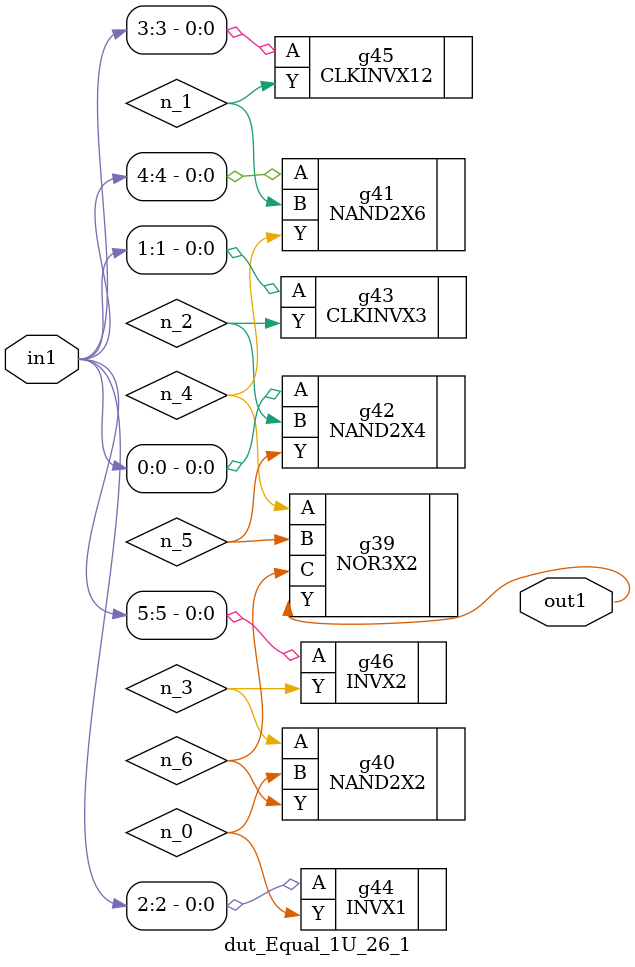
<source format=v>
`timescale 1ps / 1ps


module dut_Equal_1U_26_1(in1, out1);
  input [5:0] in1;
  output out1;
  wire [5:0] in1;
  wire out1;
  wire n_0, n_1, n_2, n_3, n_4, n_5, n_6;
  NOR3X2 g39(.A (n_4), .B (n_5), .C (n_6), .Y (out1));
  NAND2X2 g40(.A (n_3), .B (n_0), .Y (n_6));
  NAND2X4 g42(.A (in1[0]), .B (n_2), .Y (n_5));
  NAND2X6 g41(.A (in1[4]), .B (n_1), .Y (n_4));
  INVX2 g46(.A (in1[5]), .Y (n_3));
  CLKINVX3 g43(.A (in1[1]), .Y (n_2));
  CLKINVX12 g45(.A (in1[3]), .Y (n_1));
  INVX1 g44(.A (in1[2]), .Y (n_0));
endmodule



</source>
